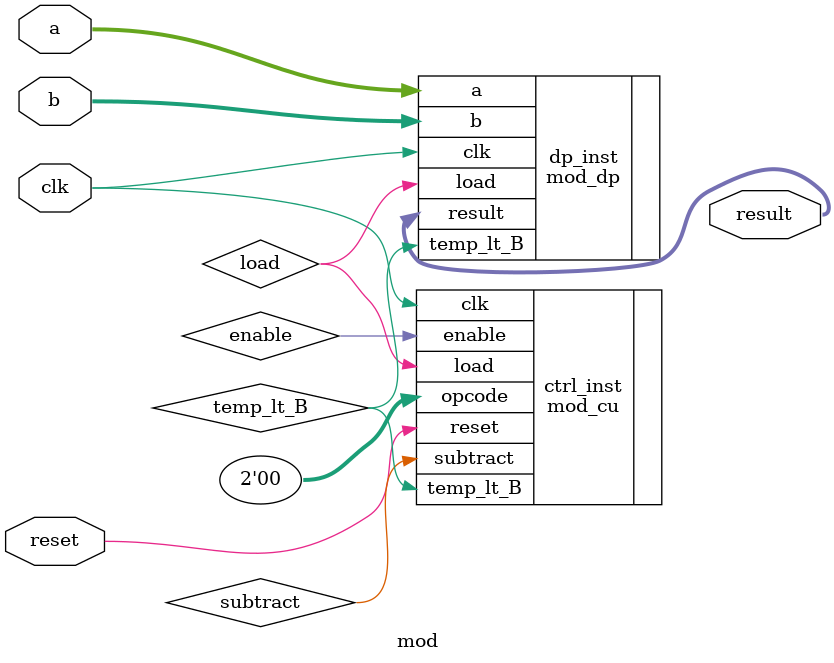
<source format=v>
module mod(
    input  clk, reset,
    input  [31:0] a,
    input  [31:0] b,
    output [31:0] result
);
    wire load;
    wire enable;
    wire subtract;
	 wire temp_lt_B;

    mod_dp dp_inst (
        .clk(clk),
        .load(load),
        .a(a),
        .b(b),
        .result(result),
        .temp_lt_B(temp_lt_B)
    );

    mod_cu ctrl_inst (
			.temp_lt_B(temp_lt_B),
        .clk(clk),
        .reset(reset),
        .opcode(2'b00),
        .load(load),
        .enable(enable),
        .subtract(subtract)
    );

endmodule
</source>
